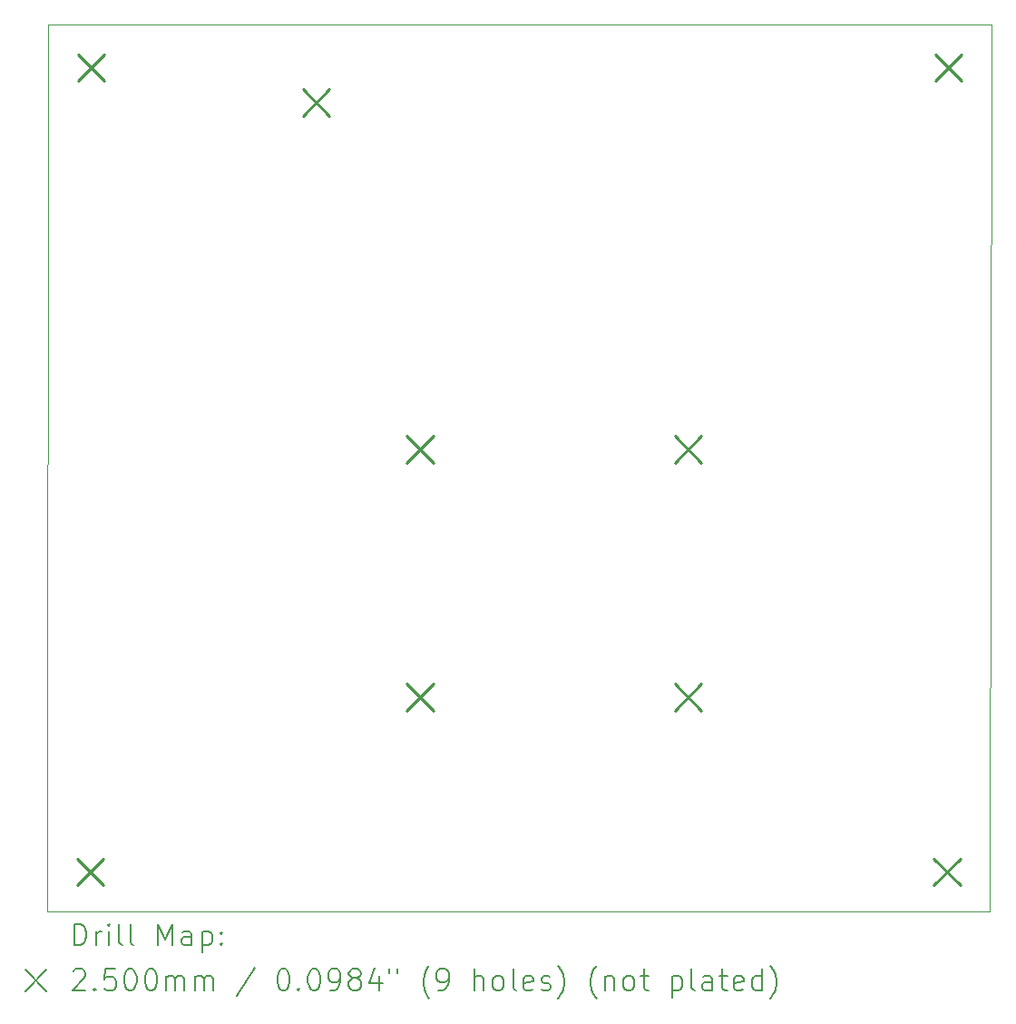
<source format=gbr>
%TF.GenerationSoftware,KiCad,Pcbnew,6.0.8-f2edbf62ab~116~ubuntu22.04.1*%
%TF.CreationDate,2022-11-03T19:19:14-04:00*%
%TF.ProjectId,MJBOTS-CubeSat,4d4a424f-5453-42d4-9375-62655361742e,rev?*%
%TF.SameCoordinates,Original*%
%TF.FileFunction,Drillmap*%
%TF.FilePolarity,Positive*%
%FSLAX45Y45*%
G04 Gerber Fmt 4.5, Leading zero omitted, Abs format (unit mm)*
G04 Created by KiCad (PCBNEW 6.0.8-f2edbf62ab~116~ubuntu22.04.1) date 2022-11-03 19:19:14*
%MOMM*%
%LPD*%
G01*
G04 APERTURE LIST*
%ADD10C,0.100000*%
%ADD11C,0.200000*%
%ADD12C,0.250000*%
G04 APERTURE END LIST*
D10*
X18290000Y-12770000D02*
X9490000Y-12770000D01*
X9500000Y-4500000D02*
X9490000Y-12770000D01*
X18300000Y-4500000D02*
X9500000Y-4500000D01*
X18290000Y-12770000D02*
X18300000Y-4500000D01*
D11*
D12*
X9765000Y-12275000D02*
X10015000Y-12525000D01*
X10015000Y-12275000D02*
X9765000Y-12525000D01*
X9775000Y-4775000D02*
X10025000Y-5025000D01*
X10025000Y-4775000D02*
X9775000Y-5025000D01*
X11875000Y-5100000D02*
X12125000Y-5350000D01*
X12125000Y-5100000D02*
X11875000Y-5350000D01*
X12845000Y-8335000D02*
X13095000Y-8585000D01*
X13095000Y-8335000D02*
X12845000Y-8585000D01*
X12845000Y-10645000D02*
X13095000Y-10895000D01*
X13095000Y-10645000D02*
X12845000Y-10895000D01*
X15345000Y-8335000D02*
X15595000Y-8585000D01*
X15595000Y-8335000D02*
X15345000Y-8585000D01*
X15345000Y-10645000D02*
X15595000Y-10895000D01*
X15595000Y-10645000D02*
X15345000Y-10895000D01*
X17765000Y-12275000D02*
X18015000Y-12525000D01*
X18015000Y-12275000D02*
X17765000Y-12525000D01*
X17775000Y-4775000D02*
X18025000Y-5025000D01*
X18025000Y-4775000D02*
X17775000Y-5025000D01*
D11*
X9742619Y-13085476D02*
X9742619Y-12885476D01*
X9790238Y-12885476D01*
X9818810Y-12895000D01*
X9837857Y-12914048D01*
X9847381Y-12933095D01*
X9856905Y-12971190D01*
X9856905Y-12999762D01*
X9847381Y-13037857D01*
X9837857Y-13056905D01*
X9818810Y-13075952D01*
X9790238Y-13085476D01*
X9742619Y-13085476D01*
X9942619Y-13085476D02*
X9942619Y-12952143D01*
X9942619Y-12990238D02*
X9952143Y-12971190D01*
X9961667Y-12961667D01*
X9980714Y-12952143D01*
X9999762Y-12952143D01*
X10066429Y-13085476D02*
X10066429Y-12952143D01*
X10066429Y-12885476D02*
X10056905Y-12895000D01*
X10066429Y-12904524D01*
X10075952Y-12895000D01*
X10066429Y-12885476D01*
X10066429Y-12904524D01*
X10190238Y-13085476D02*
X10171190Y-13075952D01*
X10161667Y-13056905D01*
X10161667Y-12885476D01*
X10295000Y-13085476D02*
X10275952Y-13075952D01*
X10266429Y-13056905D01*
X10266429Y-12885476D01*
X10523571Y-13085476D02*
X10523571Y-12885476D01*
X10590238Y-13028333D01*
X10656905Y-12885476D01*
X10656905Y-13085476D01*
X10837857Y-13085476D02*
X10837857Y-12980714D01*
X10828333Y-12961667D01*
X10809286Y-12952143D01*
X10771190Y-12952143D01*
X10752143Y-12961667D01*
X10837857Y-13075952D02*
X10818810Y-13085476D01*
X10771190Y-13085476D01*
X10752143Y-13075952D01*
X10742619Y-13056905D01*
X10742619Y-13037857D01*
X10752143Y-13018809D01*
X10771190Y-13009286D01*
X10818810Y-13009286D01*
X10837857Y-12999762D01*
X10933095Y-12952143D02*
X10933095Y-13152143D01*
X10933095Y-12961667D02*
X10952143Y-12952143D01*
X10990238Y-12952143D01*
X11009286Y-12961667D01*
X11018810Y-12971190D01*
X11028333Y-12990238D01*
X11028333Y-13047381D01*
X11018810Y-13066428D01*
X11009286Y-13075952D01*
X10990238Y-13085476D01*
X10952143Y-13085476D01*
X10933095Y-13075952D01*
X11114048Y-13066428D02*
X11123571Y-13075952D01*
X11114048Y-13085476D01*
X11104524Y-13075952D01*
X11114048Y-13066428D01*
X11114048Y-13085476D01*
X11114048Y-12961667D02*
X11123571Y-12971190D01*
X11114048Y-12980714D01*
X11104524Y-12971190D01*
X11114048Y-12961667D01*
X11114048Y-12980714D01*
X9285000Y-13315000D02*
X9485000Y-13515000D01*
X9485000Y-13315000D02*
X9285000Y-13515000D01*
X9733095Y-13324524D02*
X9742619Y-13315000D01*
X9761667Y-13305476D01*
X9809286Y-13305476D01*
X9828333Y-13315000D01*
X9837857Y-13324524D01*
X9847381Y-13343571D01*
X9847381Y-13362619D01*
X9837857Y-13391190D01*
X9723571Y-13505476D01*
X9847381Y-13505476D01*
X9933095Y-13486428D02*
X9942619Y-13495952D01*
X9933095Y-13505476D01*
X9923571Y-13495952D01*
X9933095Y-13486428D01*
X9933095Y-13505476D01*
X10123571Y-13305476D02*
X10028333Y-13305476D01*
X10018810Y-13400714D01*
X10028333Y-13391190D01*
X10047381Y-13381667D01*
X10095000Y-13381667D01*
X10114048Y-13391190D01*
X10123571Y-13400714D01*
X10133095Y-13419762D01*
X10133095Y-13467381D01*
X10123571Y-13486428D01*
X10114048Y-13495952D01*
X10095000Y-13505476D01*
X10047381Y-13505476D01*
X10028333Y-13495952D01*
X10018810Y-13486428D01*
X10256905Y-13305476D02*
X10275952Y-13305476D01*
X10295000Y-13315000D01*
X10304524Y-13324524D01*
X10314048Y-13343571D01*
X10323571Y-13381667D01*
X10323571Y-13429286D01*
X10314048Y-13467381D01*
X10304524Y-13486428D01*
X10295000Y-13495952D01*
X10275952Y-13505476D01*
X10256905Y-13505476D01*
X10237857Y-13495952D01*
X10228333Y-13486428D01*
X10218810Y-13467381D01*
X10209286Y-13429286D01*
X10209286Y-13381667D01*
X10218810Y-13343571D01*
X10228333Y-13324524D01*
X10237857Y-13315000D01*
X10256905Y-13305476D01*
X10447381Y-13305476D02*
X10466429Y-13305476D01*
X10485476Y-13315000D01*
X10495000Y-13324524D01*
X10504524Y-13343571D01*
X10514048Y-13381667D01*
X10514048Y-13429286D01*
X10504524Y-13467381D01*
X10495000Y-13486428D01*
X10485476Y-13495952D01*
X10466429Y-13505476D01*
X10447381Y-13505476D01*
X10428333Y-13495952D01*
X10418810Y-13486428D01*
X10409286Y-13467381D01*
X10399762Y-13429286D01*
X10399762Y-13381667D01*
X10409286Y-13343571D01*
X10418810Y-13324524D01*
X10428333Y-13315000D01*
X10447381Y-13305476D01*
X10599762Y-13505476D02*
X10599762Y-13372143D01*
X10599762Y-13391190D02*
X10609286Y-13381667D01*
X10628333Y-13372143D01*
X10656905Y-13372143D01*
X10675952Y-13381667D01*
X10685476Y-13400714D01*
X10685476Y-13505476D01*
X10685476Y-13400714D02*
X10695000Y-13381667D01*
X10714048Y-13372143D01*
X10742619Y-13372143D01*
X10761667Y-13381667D01*
X10771190Y-13400714D01*
X10771190Y-13505476D01*
X10866429Y-13505476D02*
X10866429Y-13372143D01*
X10866429Y-13391190D02*
X10875952Y-13381667D01*
X10895000Y-13372143D01*
X10923571Y-13372143D01*
X10942619Y-13381667D01*
X10952143Y-13400714D01*
X10952143Y-13505476D01*
X10952143Y-13400714D02*
X10961667Y-13381667D01*
X10980714Y-13372143D01*
X11009286Y-13372143D01*
X11028333Y-13381667D01*
X11037857Y-13400714D01*
X11037857Y-13505476D01*
X11428333Y-13295952D02*
X11256905Y-13553095D01*
X11685476Y-13305476D02*
X11704524Y-13305476D01*
X11723571Y-13315000D01*
X11733095Y-13324524D01*
X11742619Y-13343571D01*
X11752143Y-13381667D01*
X11752143Y-13429286D01*
X11742619Y-13467381D01*
X11733095Y-13486428D01*
X11723571Y-13495952D01*
X11704524Y-13505476D01*
X11685476Y-13505476D01*
X11666428Y-13495952D01*
X11656905Y-13486428D01*
X11647381Y-13467381D01*
X11637857Y-13429286D01*
X11637857Y-13381667D01*
X11647381Y-13343571D01*
X11656905Y-13324524D01*
X11666428Y-13315000D01*
X11685476Y-13305476D01*
X11837857Y-13486428D02*
X11847381Y-13495952D01*
X11837857Y-13505476D01*
X11828333Y-13495952D01*
X11837857Y-13486428D01*
X11837857Y-13505476D01*
X11971190Y-13305476D02*
X11990238Y-13305476D01*
X12009286Y-13315000D01*
X12018809Y-13324524D01*
X12028333Y-13343571D01*
X12037857Y-13381667D01*
X12037857Y-13429286D01*
X12028333Y-13467381D01*
X12018809Y-13486428D01*
X12009286Y-13495952D01*
X11990238Y-13505476D01*
X11971190Y-13505476D01*
X11952143Y-13495952D01*
X11942619Y-13486428D01*
X11933095Y-13467381D01*
X11923571Y-13429286D01*
X11923571Y-13381667D01*
X11933095Y-13343571D01*
X11942619Y-13324524D01*
X11952143Y-13315000D01*
X11971190Y-13305476D01*
X12133095Y-13505476D02*
X12171190Y-13505476D01*
X12190238Y-13495952D01*
X12199762Y-13486428D01*
X12218809Y-13457857D01*
X12228333Y-13419762D01*
X12228333Y-13343571D01*
X12218809Y-13324524D01*
X12209286Y-13315000D01*
X12190238Y-13305476D01*
X12152143Y-13305476D01*
X12133095Y-13315000D01*
X12123571Y-13324524D01*
X12114048Y-13343571D01*
X12114048Y-13391190D01*
X12123571Y-13410238D01*
X12133095Y-13419762D01*
X12152143Y-13429286D01*
X12190238Y-13429286D01*
X12209286Y-13419762D01*
X12218809Y-13410238D01*
X12228333Y-13391190D01*
X12342619Y-13391190D02*
X12323571Y-13381667D01*
X12314048Y-13372143D01*
X12304524Y-13353095D01*
X12304524Y-13343571D01*
X12314048Y-13324524D01*
X12323571Y-13315000D01*
X12342619Y-13305476D01*
X12380714Y-13305476D01*
X12399762Y-13315000D01*
X12409286Y-13324524D01*
X12418809Y-13343571D01*
X12418809Y-13353095D01*
X12409286Y-13372143D01*
X12399762Y-13381667D01*
X12380714Y-13391190D01*
X12342619Y-13391190D01*
X12323571Y-13400714D01*
X12314048Y-13410238D01*
X12304524Y-13429286D01*
X12304524Y-13467381D01*
X12314048Y-13486428D01*
X12323571Y-13495952D01*
X12342619Y-13505476D01*
X12380714Y-13505476D01*
X12399762Y-13495952D01*
X12409286Y-13486428D01*
X12418809Y-13467381D01*
X12418809Y-13429286D01*
X12409286Y-13410238D01*
X12399762Y-13400714D01*
X12380714Y-13391190D01*
X12590238Y-13372143D02*
X12590238Y-13505476D01*
X12542619Y-13295952D02*
X12495000Y-13438809D01*
X12618809Y-13438809D01*
X12685476Y-13305476D02*
X12685476Y-13343571D01*
X12761667Y-13305476D02*
X12761667Y-13343571D01*
X13056905Y-13581667D02*
X13047381Y-13572143D01*
X13028333Y-13543571D01*
X13018809Y-13524524D01*
X13009286Y-13495952D01*
X12999762Y-13448333D01*
X12999762Y-13410238D01*
X13009286Y-13362619D01*
X13018809Y-13334048D01*
X13028333Y-13315000D01*
X13047381Y-13286428D01*
X13056905Y-13276905D01*
X13142619Y-13505476D02*
X13180714Y-13505476D01*
X13199762Y-13495952D01*
X13209286Y-13486428D01*
X13228333Y-13457857D01*
X13237857Y-13419762D01*
X13237857Y-13343571D01*
X13228333Y-13324524D01*
X13218809Y-13315000D01*
X13199762Y-13305476D01*
X13161667Y-13305476D01*
X13142619Y-13315000D01*
X13133095Y-13324524D01*
X13123571Y-13343571D01*
X13123571Y-13391190D01*
X13133095Y-13410238D01*
X13142619Y-13419762D01*
X13161667Y-13429286D01*
X13199762Y-13429286D01*
X13218809Y-13419762D01*
X13228333Y-13410238D01*
X13237857Y-13391190D01*
X13475952Y-13505476D02*
X13475952Y-13305476D01*
X13561667Y-13505476D02*
X13561667Y-13400714D01*
X13552143Y-13381667D01*
X13533095Y-13372143D01*
X13504524Y-13372143D01*
X13485476Y-13381667D01*
X13475952Y-13391190D01*
X13685476Y-13505476D02*
X13666428Y-13495952D01*
X13656905Y-13486428D01*
X13647381Y-13467381D01*
X13647381Y-13410238D01*
X13656905Y-13391190D01*
X13666428Y-13381667D01*
X13685476Y-13372143D01*
X13714048Y-13372143D01*
X13733095Y-13381667D01*
X13742619Y-13391190D01*
X13752143Y-13410238D01*
X13752143Y-13467381D01*
X13742619Y-13486428D01*
X13733095Y-13495952D01*
X13714048Y-13505476D01*
X13685476Y-13505476D01*
X13866428Y-13505476D02*
X13847381Y-13495952D01*
X13837857Y-13476905D01*
X13837857Y-13305476D01*
X14018809Y-13495952D02*
X13999762Y-13505476D01*
X13961667Y-13505476D01*
X13942619Y-13495952D01*
X13933095Y-13476905D01*
X13933095Y-13400714D01*
X13942619Y-13381667D01*
X13961667Y-13372143D01*
X13999762Y-13372143D01*
X14018809Y-13381667D01*
X14028333Y-13400714D01*
X14028333Y-13419762D01*
X13933095Y-13438809D01*
X14104524Y-13495952D02*
X14123571Y-13505476D01*
X14161667Y-13505476D01*
X14180714Y-13495952D01*
X14190238Y-13476905D01*
X14190238Y-13467381D01*
X14180714Y-13448333D01*
X14161667Y-13438809D01*
X14133095Y-13438809D01*
X14114048Y-13429286D01*
X14104524Y-13410238D01*
X14104524Y-13400714D01*
X14114048Y-13381667D01*
X14133095Y-13372143D01*
X14161667Y-13372143D01*
X14180714Y-13381667D01*
X14256905Y-13581667D02*
X14266428Y-13572143D01*
X14285476Y-13543571D01*
X14295000Y-13524524D01*
X14304524Y-13495952D01*
X14314048Y-13448333D01*
X14314048Y-13410238D01*
X14304524Y-13362619D01*
X14295000Y-13334048D01*
X14285476Y-13315000D01*
X14266428Y-13286428D01*
X14256905Y-13276905D01*
X14618809Y-13581667D02*
X14609286Y-13572143D01*
X14590238Y-13543571D01*
X14580714Y-13524524D01*
X14571190Y-13495952D01*
X14561667Y-13448333D01*
X14561667Y-13410238D01*
X14571190Y-13362619D01*
X14580714Y-13334048D01*
X14590238Y-13315000D01*
X14609286Y-13286428D01*
X14618809Y-13276905D01*
X14695000Y-13372143D02*
X14695000Y-13505476D01*
X14695000Y-13391190D02*
X14704524Y-13381667D01*
X14723571Y-13372143D01*
X14752143Y-13372143D01*
X14771190Y-13381667D01*
X14780714Y-13400714D01*
X14780714Y-13505476D01*
X14904524Y-13505476D02*
X14885476Y-13495952D01*
X14875952Y-13486428D01*
X14866428Y-13467381D01*
X14866428Y-13410238D01*
X14875952Y-13391190D01*
X14885476Y-13381667D01*
X14904524Y-13372143D01*
X14933095Y-13372143D01*
X14952143Y-13381667D01*
X14961667Y-13391190D01*
X14971190Y-13410238D01*
X14971190Y-13467381D01*
X14961667Y-13486428D01*
X14952143Y-13495952D01*
X14933095Y-13505476D01*
X14904524Y-13505476D01*
X15028333Y-13372143D02*
X15104524Y-13372143D01*
X15056905Y-13305476D02*
X15056905Y-13476905D01*
X15066428Y-13495952D01*
X15085476Y-13505476D01*
X15104524Y-13505476D01*
X15323571Y-13372143D02*
X15323571Y-13572143D01*
X15323571Y-13381667D02*
X15342619Y-13372143D01*
X15380714Y-13372143D01*
X15399762Y-13381667D01*
X15409286Y-13391190D01*
X15418809Y-13410238D01*
X15418809Y-13467381D01*
X15409286Y-13486428D01*
X15399762Y-13495952D01*
X15380714Y-13505476D01*
X15342619Y-13505476D01*
X15323571Y-13495952D01*
X15533095Y-13505476D02*
X15514048Y-13495952D01*
X15504524Y-13476905D01*
X15504524Y-13305476D01*
X15695000Y-13505476D02*
X15695000Y-13400714D01*
X15685476Y-13381667D01*
X15666428Y-13372143D01*
X15628333Y-13372143D01*
X15609286Y-13381667D01*
X15695000Y-13495952D02*
X15675952Y-13505476D01*
X15628333Y-13505476D01*
X15609286Y-13495952D01*
X15599762Y-13476905D01*
X15599762Y-13457857D01*
X15609286Y-13438809D01*
X15628333Y-13429286D01*
X15675952Y-13429286D01*
X15695000Y-13419762D01*
X15761667Y-13372143D02*
X15837857Y-13372143D01*
X15790238Y-13305476D02*
X15790238Y-13476905D01*
X15799762Y-13495952D01*
X15818809Y-13505476D01*
X15837857Y-13505476D01*
X15980714Y-13495952D02*
X15961667Y-13505476D01*
X15923571Y-13505476D01*
X15904524Y-13495952D01*
X15895000Y-13476905D01*
X15895000Y-13400714D01*
X15904524Y-13381667D01*
X15923571Y-13372143D01*
X15961667Y-13372143D01*
X15980714Y-13381667D01*
X15990238Y-13400714D01*
X15990238Y-13419762D01*
X15895000Y-13438809D01*
X16161667Y-13505476D02*
X16161667Y-13305476D01*
X16161667Y-13495952D02*
X16142619Y-13505476D01*
X16104524Y-13505476D01*
X16085476Y-13495952D01*
X16075952Y-13486428D01*
X16066428Y-13467381D01*
X16066428Y-13410238D01*
X16075952Y-13391190D01*
X16085476Y-13381667D01*
X16104524Y-13372143D01*
X16142619Y-13372143D01*
X16161667Y-13381667D01*
X16237857Y-13581667D02*
X16247381Y-13572143D01*
X16266428Y-13543571D01*
X16275952Y-13524524D01*
X16285476Y-13495952D01*
X16295000Y-13448333D01*
X16295000Y-13410238D01*
X16285476Y-13362619D01*
X16275952Y-13334048D01*
X16266428Y-13315000D01*
X16247381Y-13286428D01*
X16237857Y-13276905D01*
M02*

</source>
